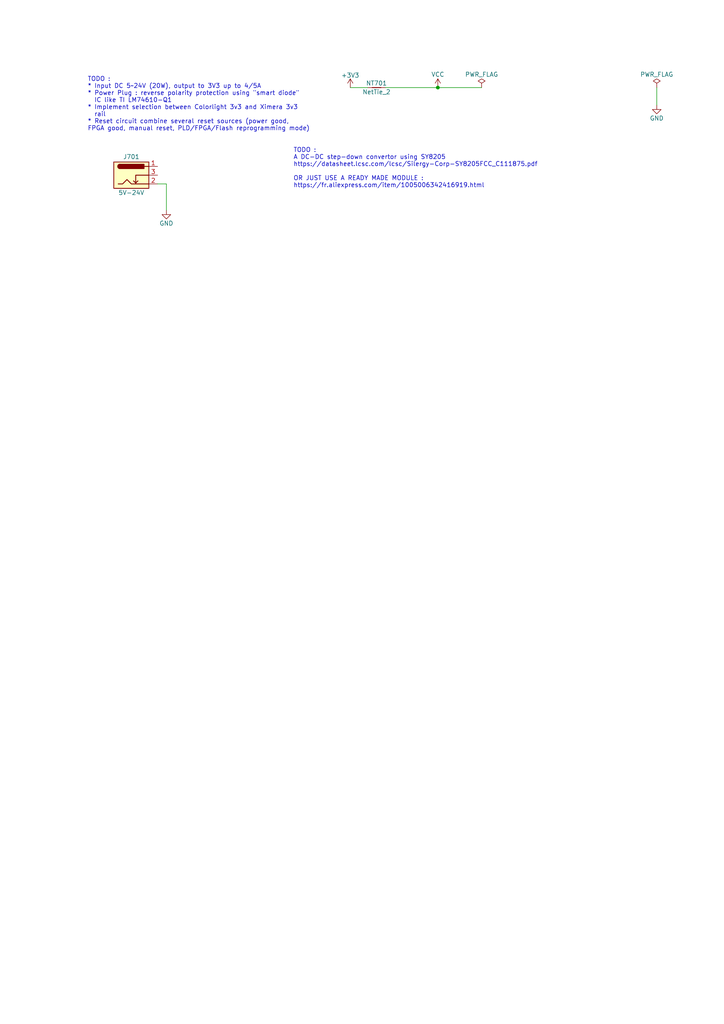
<source format=kicad_sch>
(kicad_sch (version 20230121) (generator eeschema)
  (paper "A4" portrait)
  (title_block (title "Ximera XMR1020 mainboard") (date "2025-07-22") (rev "Mk-0 draft") (company "Sporniket") (comment 3 "https://github.com/sporniket/ximera-xmr1020-mainboard-by-sporniket.git") (comment 4 "Original repository :"))
  (lib_symbols
    (symbol "Connector:Barrel_Jack_Switch" (pin_names hide)
      (property "Reference" "J" (at 0 5.334 0))
      (property "Value" "Barrel_Jack_Switch" (at 0 -5.08 0))
      (symbol "Barrel_Jack_Switch_0_1"
        (rectangle (start -5.08 3.81) (end 5.08 -3.81) (stroke (width 0.254)) (fill (type background)))
        (arc (start -3.302 3.175) (mid -3.9343 2.54) (end -3.302 1.905) (stroke (width 0.254)))
        (arc (start -3.302 3.175) (mid -3.9343 2.54) (end -3.302 1.905) (stroke (width 0.254)) (fill (type outline)))
        (polyline (pts (xy 1.27 -2.286) (xy 1.905 -1.651)) (stroke (width 0.254)))
        (polyline (pts (xy 5.08 2.54) (xy 3.81 2.54)) (stroke (width 0.254)))
        (polyline (pts (xy 5.08 0) (xy 1.27 0) (xy 1.27 -2.286) (xy 0.635 -1.651)) (stroke (width 0.254)))
        (polyline (pts (xy -3.81 -2.54) (xy -2.54 -2.54) (xy -1.27 -1.27) (xy 0 -2.54) (xy 2.54 -2.54) (xy 5.08 -2.54)) (stroke (width 0.254)))
        (rectangle (start 3.683 3.175) (end -3.302 1.905) (stroke (width 0.254)) (fill (type outline)))
      )
      (symbol "Barrel_Jack_Switch_1_1"
        (pin passive line (at 7.62 2.54 180) (length 2.54) (name "~") (number "1"))
        (pin passive line (at 7.62 -2.54 180) (length 2.54) (name "~") (number "2"))
        (pin passive line (at 7.62 0 180) (length 2.54) (name "~") (number "3"))
      )
    )
    (symbol "Device:NetTie_2" (pin_numbers hide) (pin_names (offset 0) hide) (in_bom no)
      (property "Reference" "NT" (at 0 1.27 0))
      (property "Value" "NetTie_2" (at 0 -1.27 0))
      (symbol "NetTie_2_0_1"
        (polyline (pts (xy -1.27 0) (xy 1.27 0)) (stroke (width 0.254)))
      )
      (symbol "NetTie_2_1_1"
        (pin passive line (at -2.54 0 0) (length 2.54) (name "1") (number "1"))
        (pin passive line (at 2.54 0 180) (length 2.54) (name "2") (number "2"))
      )
    )
    (symbol "power:+3V3" (power) (pin_names (offset 0))
      (property "Value" "+3V3" (at 0 3.556 0))
      (symbol "+3V3_0_1"
        (polyline (pts (xy -0.762 1.27) (xy 0 2.54)))
        (polyline (pts (xy 0 0) (xy 0 2.54)))
        (polyline (pts (xy 0 2.54) (xy 0.762 1.27)))
      )
      (symbol "+3V3_1_1"
        (pin power_in line (at 0 0 90) (length 0) hide (name "+3V3") (number "1"))
      )
    )
    (symbol "power:GND" (power) (pin_names (offset 0))
      (property "Value" "GND" (at 0 -3.81 0))
      (symbol "GND_0_1"
        (polyline (pts (xy 0 0) (xy 0 -1.27) (xy 1.27 -1.27) (xy 0 -2.54) (xy -1.27 -1.27) (xy 0 -1.27)))
      )
      (symbol "GND_1_1"
        (pin power_in line (at 0 0 270) (length 0) hide (name "GND") (number "1"))
      )
    )
    (symbol "power:PWR_FLAG" (power) (pin_numbers hide) (pin_names (offset 0) hide)
      (property "Value" "PWR_FLAG" (at 0 3.81 0))
      (symbol "PWR_FLAG_0_0"
        (pin power_out line (at 0 0 90) (length 0) (name "pwr") (number "1"))
      )
      (symbol "PWR_FLAG_0_1"
        (polyline (pts (xy 0 0) (xy 0 1.27) (xy -1.016 1.905) (xy 0 2.54) (xy 1.016 1.905) (xy 0 1.27)))
      )
    )
    (symbol "power:VCC" (power) (pin_names (offset 0))
      (property "Value" "VCC" (at 0 3.81 0))
      (symbol "VCC_0_1"
        (polyline (pts (xy -0.762 1.27) (xy 0 2.54)))
        (polyline (pts (xy 0 0) (xy 0 2.54)))
        (polyline (pts (xy 0 2.54) (xy 0.762 1.27)))
      )
      (symbol "VCC_1_1"
        (pin power_in line (at 0 0 90) (length 0) hide (name "VCC") (number "1"))
      )
    )
  )
  (junction (at 127 25.4))
  (wire (pts (xy 45.72 53.34) (xy 48.26 53.34)))
  (wire (pts (xy 111.76 25.4) (xy 127 25.4)))
  (wire (pts (xy 127 25.4) (xy 139.7 25.4)))
  (wire (pts (xy 190.5 25.4) (xy 190.5 30.48)))
  (wire (pts (xy 48.26 53.34) (xy 48.26 60.96)))
  (wire (pts (xy 101.6 25.4) (xy 106.68 25.4)))
  (text "TODO : \nA DC-DC step-down convertor using SY8205\nhttps://datasheet.lcsc.com/lcsc/Silergy-Corp-SY8205FCC_C111875.pdf\n\nOR JUST USE A READY MADE MODULE : \nhttps://fr.aliexpress.com/item/1005006342416919.html" (at 85.09 54.61 0) (effects (font (size 1.27 1.27)) (justify left bottom)))
  (text "TODO :\n* Input DC 5~24V (20W), output to 3V3 up to 4/5A\n* Power Plug : reverse polarity protection using \"smart diode\"\n  IC like TI LM74610-Q1\n* Implement selection between Colorlight 3v3 and Ximera 3v3\n  rail\n* Reset circuit combine several reset sources (power good,\nFPGA good, manual reset, PLD/FPGA/Flash reprogramming mode)" (at 25.4 38.1 0) (effects (font (size 1.27 1.27)) (justify left bottom)))
  (symbol (lib_id "power:GND") (at 48.26 60.96 0) (unit 1)
    (property "Reference" "#PWR0701" (effects hide))
    (property "Value" "GND" (at 48.26 64.77 0))
  )
  (symbol (lib_id "power:PWR_FLAG") (at 139.7 25.4 0) (unit 1)
    (property "Reference" "#FLG0702" (effects hide))
    (property "Value" "PWR_FLAG" (at 139.7 21.59 0))
  )
  (symbol (lib_id "power:+3V3") (at 101.6 25.4 0) (unit 1)
    (property "Reference" "#PWR0703" (effects hide))
    (property "Value" "+3V3" (at 101.6 21.844 0))
  )
  (symbol (lib_id "power:GND") (at 190.5 30.48 0) (unit 1)
    (property "Reference" "#PWR0702" (effects hide))
    (property "Value" "GND" (at 190.5 34.29 0))
  )
  (symbol (lib_id "power:VCC") (at 127 25.4 0) (unit 1)
    (property "Reference" "#PWR0704" (effects hide))
    (property "Value" "VCC" (at 127 21.59 0))
  )
  (symbol (lib_id "Device:NetTie_2") (at 109.22 25.4 0) (unit 1) (in_bom no)
    (property "Reference" "NT701" (at 109.22 24.13 0))
    (property "Value" "NetTie_2" (at 109.22 26.67 0))
  )
  (symbol (lib_id "power:PWR_FLAG") (at 190.5 25.4 0) (unit 1)
    (property "Reference" "#FLG0701" (effects hide))
    (property "Value" "PWR_FLAG" (at 190.5 21.59 0))
  )
  (symbol (lib_id "Connector:Barrel_Jack_Switch") (at 38.1 50.8 0) (unit 1)
    (property "Reference" "J701" (at 38.1 45.466 0))
    (property "Value" "5V-24V" (at 38.1 55.88 0))
  )
)
</source>
